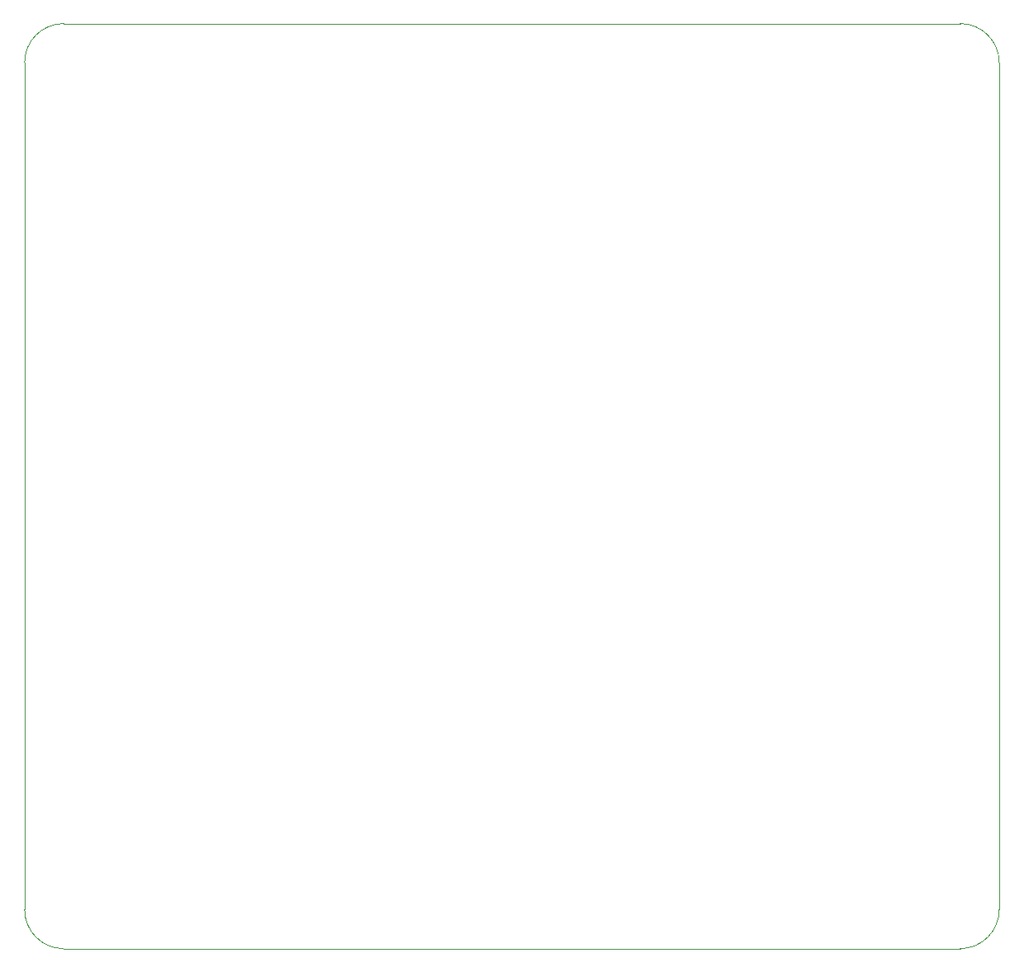
<source format=gbr>
%TF.GenerationSoftware,KiCad,Pcbnew,(5.1.9-0-10_14)*%
%TF.CreationDate,2021-03-28T17:09:15+02:00*%
%TF.ProjectId,FPGA,46504741-2e6b-4696-9361-645f70636258,rev?*%
%TF.SameCoordinates,Original*%
%TF.FileFunction,Profile,NP*%
%FSLAX46Y46*%
G04 Gerber Fmt 4.6, Leading zero omitted, Abs format (unit mm)*
G04 Created by KiCad (PCBNEW (5.1.9-0-10_14)) date 2021-03-28 17:09:15*
%MOMM*%
%LPD*%
G01*
G04 APERTURE LIST*
%TA.AperFunction,Profile*%
%ADD10C,0.050000*%
%TD*%
G04 APERTURE END LIST*
D10*
X100000000Y-54000000D02*
G75*
G02*
X104000000Y-50000000I4000000J0D01*
G01*
X104000000Y-145000000D02*
G75*
G02*
X100000000Y-141000000I0J4000000D01*
G01*
X196000000Y-50000000D02*
G75*
G02*
X200000000Y-54000000I0J-4000000D01*
G01*
X200000000Y-141000000D02*
G75*
G02*
X196000000Y-145000000I-4000000J0D01*
G01*
X196000000Y-50000000D02*
X104000000Y-50000000D01*
X200000000Y-141000000D02*
X200000000Y-54000000D01*
X104000000Y-145000000D02*
X196000000Y-145000000D01*
X100000000Y-54000000D02*
X100000000Y-141000000D01*
M02*

</source>
